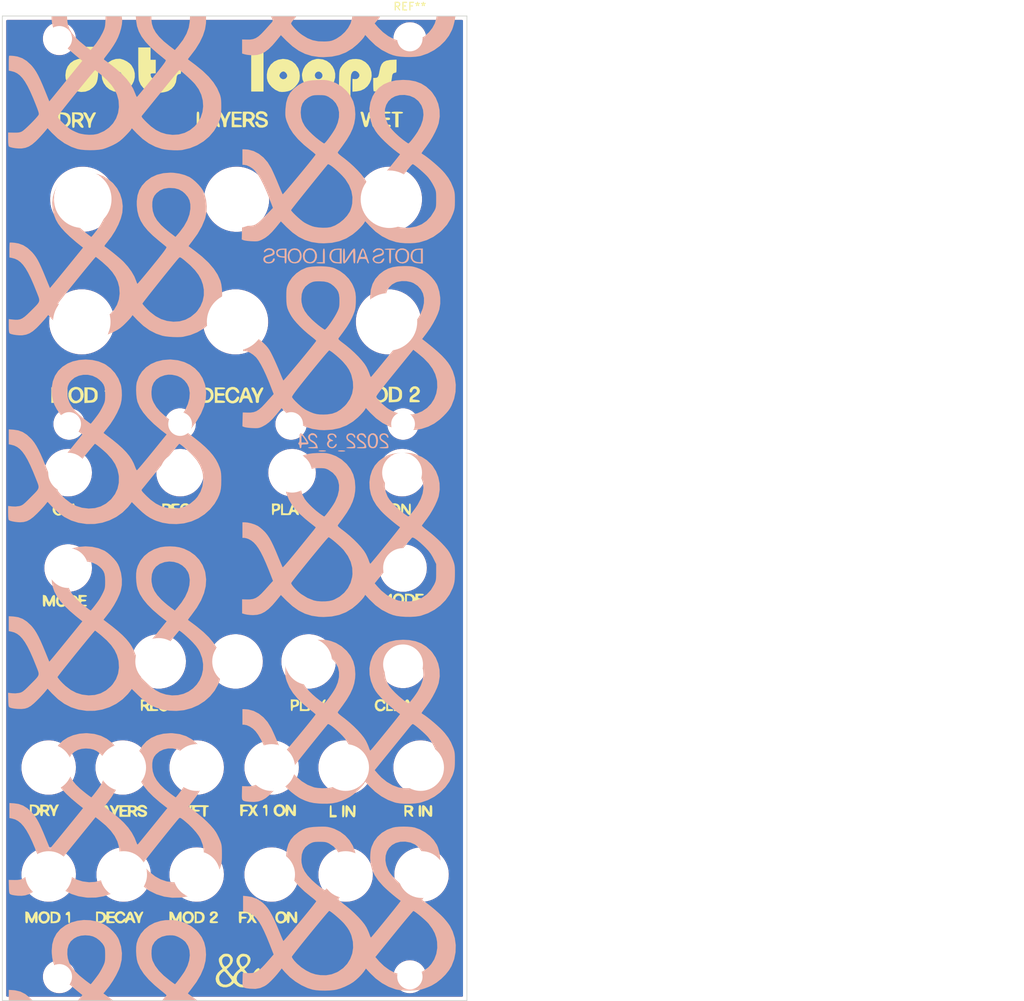
<source format=kicad_pcb>
(kicad_pcb (version 20211014) (generator pcbnew)
  (layers (0 "F.Cu" signal) (31 "B.Cu" signal) (34 "B.Paste" user) (35 "F.Paste" user) (36 "B.SilkS" user "B.Silkscreen") (37 "F.SilkS" user "F.Silkscreen") (38 "B.Mask" user) (39 "F.Mask" user) (44 "Edge.Cuts" user))
  (net 0 "")
  (footprint "" (layer "F.Cu") (at 139.954 134.239)
    (fp_text reference "" (at 0 0) (layer "F.SilkS") (effects (font (size 1.27 1.27))))
    (fp_text value "" (at 0 0) (layer "F.SilkS") (effects (font (size 1.27 1.27))))
    (pad "" np_thru_hole circle (at 0 0) (size 6.1 6.1) (drill 6.1) (layers F&B.Cu *.Mask))
  )
  (footprint "" (layer "F.Cu") (at 115.824 162.052)
    (fp_text reference "" (at 0 0) (layer "F.SilkS") (effects (font (size 1.27 1.27))))
    (fp_text value "" (at 0 0) (layer "F.SilkS") (effects (font (size 1.27 1.27))))
    (pad "" np_thru_hole circle (at 0 0) (size 6.1 6.1) (drill 6.1) (layers F&B.Cu *.Mask))
  )
  (footprint "" (layer "F.Cu") (at 110.363 89.916)
    (fp_text reference "" (at 0 0) (layer "F.SilkS") (effects (font (size 1.27 1.27))))
    (fp_text value "" (at 0 0) (layer "F.SilkS") (effects (font (size 1.27 1.27))))
    (pad "" np_thru_hole circle (at 0 0) (size 7.5 7.5) (drill 7.5) (layers F&B.Cu *.Mask))
  )
  (footprint "" (layer "F.Cu") (at 130.556 73.914)
    (fp_text reference "" (at 0 0) (layer "F.SilkS") (effects (font (size 1.27 1.27))))
    (fp_text value "" (at 0 0) (layer "F.SilkS") (effects (font (size 1.27 1.27))))
    (pad "" np_thru_hole circle (at 0 0) (size 7.5 7.5) (drill 7.5) (layers F&B.Cu *.Mask))
  )
  (footprint "" (layer "F.Cu") (at 150.368 89.916)
    (fp_text reference "" (at 0 0) (layer "F.SilkS") (effects (font (size 1.27 1.27))))
    (fp_text value "" (at 0 0) (layer "F.SilkS") (effects (font (size 1.27 1.27))))
    (pad "" np_thru_hole circle (at 0 0) (size 7.5 7.5) (drill 7.5) (layers F&B.Cu *.Mask))
  )
  (footprint "MountingHole:MountingHole_3.2mm_M3" (layer "F.Cu") (at 153.162 52.959)
    (fp_text reference "REF**" (at 0 -4.2) (layer "F.SilkS"))
    (fp_text value "MountingHole_3.2mm_M3")
    (pad "" np_thru_hole circle (at 0 0) (size 3.3 3.3) (drill 3.3) (layers F&B.Cu *.Mask))
  )
  (footprint "" (layer "F.Cu") (at 137.668 103.251)
    (fp_text reference "" (at 0 0) (layer "F.SilkS") (effects (font (size 1.27 1.27))))
    (fp_text value "" (at 0 0) (layer "F.SilkS") (effects (font (size 1.27 1.27))))
    (pad "" np_thru_hole circle (at 0 0) (size 3.1 3.1) (drill 3.1) (layers F&B.Cu *.Mask))
  )
  (footprint "" (layer "F.Cu") (at 107.442 175.387)
    (fp_text reference "" (at 0 0) (layer "F.SilkS") (effects (font (size 1.27 1.27))))
    (fp_text value "" (at 0 0) (layer "F.SilkS") (effects (font (size 1.27 1.27))))
    (pad "" np_thru_hole circle (at 0 0) (size 3.3 3.3) (drill 3.3) (layers F&B.Cu *.Mask))
  )
  (footprint "" (layer "F.Cu") (at 152.273 103.251)
    (fp_text reference "" (at 0 0) (layer "F.SilkS") (effects (font (size 1.27 1.27))))
    (fp_text value "" (at 0 0) (layer "F.SilkS") (effects (font (size 1.27 1.27))))
    (pad "" np_thru_hole circle (at 0 0) (size 3.1 3.1) (drill 3.1) (layers F&B.Cu *.Mask))
  )
  (footprint "" (layer "F.Cu") (at 153.162 175.387)
    (fp_text reference "" (at 0 0) (layer "F.SilkS") (effects (font (size 1.27 1.27))))
    (fp_text value "" (at 0 0) (layer "F.SilkS") (effects (font (size 1.27 1.27))))
    (pad "" np_thru_hole circle (at 0 0) (size 3.3 3.3) (drill 3.3) (layers F&B.Cu *.Mask))
  )
  (footprint "" (layer "F.Cu") (at 106.045 162.052)
    (fp_text reference "" (at 0 0) (layer "F.SilkS") (effects (font (size 1.27 1.27))))
    (fp_text value "" (at 0 0) (layer "F.SilkS") (effects (font (size 1.27 1.27))))
    (pad "" np_thru_hole circle (at 0 0) (size 6.1 6.1) (drill 6.1) (layers F&B.Cu *.Mask))
  )
  (footprint "" (layer "F.Cu") (at 154.559 148.082)
    (fp_text reference "" (at 0 0) (layer "F.SilkS") (effects (font (size 1.27 1.27))))
    (fp_text value "" (at 0 0) (layer "F.SilkS") (effects (font (size 1.27 1.27))))
    (pad "" np_thru_hole circle (at 0 0) (size 6.1 6.1) (drill 6.1) (layers F&B.Cu *.Mask))
  )
  (footprint "" (layer "F.Cu") (at 115.697 148.082)
    (fp_text reference "" (at 0 0) (layer "F.SilkS") (effects (font (size 1.27 1.27))))
    (fp_text value "" (at 0 0) (layer "F.SilkS") (effects (font (size 1.27 1.27))))
    (pad "" np_thru_hole circle (at 0 0) (size 6.1 6.1) (drill 6.1) (layers F&B.Cu *.Mask))
  )
  (footprint "" (layer "F.Cu") (at 152.273 122.047)
    (fp_text reference "" (at 0 0) (layer "F.SilkS") (effects (font (size 1.27 1.27))))
    (fp_text value "" (at 0 0) (layer "F.SilkS") (effects (font (size 1.27 1.27))))
    (pad "" np_thru_hole circle (at 0 0) (size 5.2 5.2) (drill 5.2) (layers F&B.Cu *.Mask))
  )
  (footprint "" (layer "F.Cu") (at 125.349 148.082)
    (fp_text reference "" (at 0 0) (layer "F.SilkS") (effects (font (size 1.27 1.27))))
    (fp_text value "" (at 0 0) (layer "F.SilkS") (effects (font (size 1.27 1.27))))
    (pad "" np_thru_hole circle (at 0 0) (size 6.1 6.1) (drill 6.1) (layers F&B.Cu *.Mask))
  )
  (footprint "" (layer "F.Cu") (at 120.396 134.239)
    (fp_text reference "" (at 0 0) (layer "F.SilkS") (effects (font (size 1.27 1.27))))
    (fp_text value "" (at 0 0) (layer "F.SilkS") (effects (font (size 1.27 1.27))))
    (pad "" np_thru_hole circle (at 0 0) (size 6.1 6.1) (drill 6.1) (layers F&B.Cu *.Mask))
  )
  (footprint "" (layer "F.Cu") (at 108.712 103.251)
    (fp_text reference "" (at 0 0) (layer "F.SilkS") (effects (font (size 1.27 1.27))))
    (fp_text value "" (at 0 0) (layer "F.SilkS") (effects (font (size 1.27 1.27))))
    (pad "" np_thru_hole circle (at 0 0) (size 3.1 3.1) (drill 3.1) (layers F&B.Cu *.Mask))
  )
  (footprint "" (layer "F.Cu") (at 144.78 162.052)
    (fp_text reference "" (at 0 0) (layer "F.SilkS") (effects (font (size 1.27 1.27))))
    (fp_text value "" (at 0 0) (layer "F.SilkS") (effects (font (size 1.27 1.27))))
    (pad "" np_thru_hole circle (at 0 0) (size 6.1 6.1) (drill 6.1) (layers F&B.Cu *.Mask))
  )
  (footprint "" (layer "F.Cu") (at 107.442 52.959)
    (fp_text reference "" (at 0 0) (layer "F.SilkS") (effects (font (size 1.27 1.27))))
    (fp_text value "" (at 0 0) (layer "F.SilkS") (effects (font (size 1.27 1.27))))
    (pad "" np_thru_hole circle (at 0 0) (size 3.3 3.3) (drill 3.3) (layers F&B.Cu *.Mask))
  )
  (footprint "" (layer "F.Cu") (at 106.045 148.082)
    (fp_text reference "" (at 0 0) (layer "F.SilkS") (effects (font (size 1.27 1.27))))
    (fp_text value "" (at 0 0) (layer "F.SilkS") (effects (font (size 1.27 1.27))))
    (pad "" np_thru_hole circle (at 0 0) (size 6.1 6.1) (drill 6.1) (layers F&B.Cu *.Mask))
  )
  (footprint "" (layer "F.Cu") (at 152.146 109.601)
    (fp_text reference "" (at 0 0) (layer "F.SilkS") (effects (font (size 1.27 1.27))))
    (fp_text value "" (at 0 0) (layer "F.SilkS") (effects (font (size 1.27 1.27))))
    (pad "" np_thru_hole circle (at 0 0) (size 5.2 5.2) (drill 5.2) (layers F&B.Cu *.Mask))
  )
  (footprint "" (layer "F.Cu") (at 144.78 148.082)
    (fp_text reference "" (at 0 0) (layer "F.SilkS") (effects (font (size 1.27 1.27))))
    (fp_text value "" (at 0 0) (layer "F.SilkS") (effects (font (size 1.27 1.27))))
    (pad "" np_thru_hole circle (at 0 0) (size 6.1 6.1) (drill 6.1) (layers F&B.Cu *.Mask))
  )
  (footprint "ampamplibrary:dots_panel_front_gold" (layer "F.Cu") (at 130.005667 114.299021)
    (fp_text reference "front_panel_gold" hide)
    (fp_text value "LOGO" hide)
  )
  (footprint "" (layer "F.Cu") (at 108.585 122.047)
    (fp_text reference "" (at 0 0) (layer "F.SilkS") (effects (font (size 1.27 1.27))))
    (fp_text value "" (at 0 0) (layer "F.SilkS") (effects (font (size 1.27 1.27))))
    (pad "" np_thru_hole circle (at 0 0) (size 5.2 5.2) (drill 5.2) (layers F&B.Cu *.Mask))
  )
  (footprint "" (layer "F.Cu") (at 125.349 162.052)
    (fp_text reference "" (at 0 0) (layer "F.SilkS") (effects (font (size 1.27 1.27))))
    (fp_text value "" (at 0 0) (layer "F.SilkS") (effects (font (size 1.27 1.27))))
    (pad "" np_thru_hole circle (at 0 0) (size 6.1 6.1) (drill 6.1) (layers F&B.Cu *.Mask))
  )
  (footprint "" (layer "F.Cu") (at 123.19 109.601)
    (fp_text reference "" (at 0 0) (layer "F.SilkS") (effects (font (size 1.27 1.27))))
    (fp_text value "" (at 0 0) (layer "F.SilkS") (effects (font (size 1.27 1.27))))
    (pad "" np_thru_hole circle (at 0 0) (size 5.2 5.2) (drill 5.2) (layers F&B.Cu *.Mask))
  )
  (footprint "" (layer "F.Cu") (at 110.49 73.914)
    (fp_text reference "" (at 0 0) (layer "F.SilkS") (effects (font (size 1.27 1.27))))
    (fp_text value "" (at 0 0) (layer "F.SilkS") (effects (font (size 1.27 1.27))))
    (pad "" np_thru_hole circle (at 0 0) (size 7.5 7.5) (drill 7.5) (layers F&B.Cu *.Mask))
  )
  (footprint "" (layer "F.Cu") (at 150.495 73.914)
    (fp_text reference "" (at 0 0) (layer "F.SilkS") (effects (font (size 1.27 1.27))))
    (fp_text value "" (at 0 0) (layer "F.SilkS") (effects (font (size 1.27 1.27))))
    (pad "" np_thru_hole circle (at 0 0) (size 7.5 7.5) (drill 7.5) (layers F&B.Cu *.Mask))
  )
  (footprint "" (layer "F.Cu") (at 154.686 162.052)
    (fp_text reference "" (at 0 0) (layer "F.SilkS") (effects (font (size 1.27 1.27))))
    (fp_text value "" (at 0 0) (layer "F.SilkS") (effects (font (size 1.27 1.27))))
    (pad "" np_thru_hole circle (at 0 0) (size 6.1 6.1) (drill 6.1) (layers F&B.Cu *.Mask))
  )
  (footprint "" (layer "F.Cu") (at 152.273 134.62)
    (fp_text reference "" (at 0 0) (layer "F.SilkS") (effects (font (size 1.27 1.27))))
    (fp_text value "" (at 0 0) (layer "F.SilkS") (effects (font (size 1.27 1.27))))
    (pad "" np_thru_hole circle (at 0 0) (size 5.2 5.2) (drill 5.2) (layers F&B.Cu *.Mask))
  )
  (footprint "" (layer "F.Cu") (at 123.19 103.251)
    (fp_text reference "" (at 0 0) (layer "F.SilkS") (effects (font (size 1.27 1.27))))
    (fp_text value "" (at 0 0) (layer "F.SilkS") (effects (font (size 1.27 1.27))))
    (pad "" np_thru_hole circle (at 0 0) (size 3.1 3.1) (drill 3.1) (layers F&B.Cu *.Mask))
  )
  (footprint "" (layer "F.Cu") (at 137.795 109.601)
    (fp_text reference "" (at 0 0) (layer "F.SilkS") (effects (font (size 1.27 1.27))))
    (fp_text value "" (at 0 0) (layer "F.SilkS") (effects (font (size 1.27 1.27))))
    (pad "" np_thru_hole circle (at 0 0) (size 5.2 5.2) (drill 5.2) (layers F&B.Cu *.Mask))
  )
  (footprint "ampamplibrary:dots_panel_front_white" (layer "F.Cu") (at 130.005667 114.299021)
    (fp_text reference "front_panel_white" hide)
    (fp_text value "LOGO" hide)
  )
  (footprint "" (layer "F.Cu") (at 108.585 109.601)
    (fp_text reference "" (at 0 0) (layer "F.SilkS") (effects (font (size 1.27 1.27))))
    (fp_text value "" (at 0 0) (layer "F.SilkS") (effects (font (size 1.27 1.27))))
    (pad "" np_thru_hole circle (at 0 0) (size 5.2 5.2) (drill 5.2) (layers F&B.Cu *.Mask))
  )
  (footprint "" (layer "F.Cu") (at 130.429 134.239)
    (fp_text reference "" (at 0 0) (layer "F.SilkS") (effects (font (size 1.27 1.27))))
    (fp_text value "" (at 0 0) (layer "F.SilkS") (effects (font (size 1.27 1.27))))
    (pad "" np_thru_hole circle (at 0 0) (size 6.1 6.1) (drill 6.1) (layers F&B.Cu *.Mask))
  )
  (footprint "" (layer "F.Cu") (at 135.128 162.052)
    (fp_text reference "" (at 0 0) (layer "F.SilkS") (effects (font (size 1.27 1.27))))
    (fp_text value "" (at 0 0) (layer "F.SilkS") (effects (font (size 1.27 1.27))))
    (pad "" np_thru_hole circle (at 0 0) (size 6.1 6.1) (drill 6.1) (layers F&B.Cu *.Mask))
  )
  (footprint "" (layer "F.Cu") (at 135.128 148.082)
    (fp_text reference "" (at 0 0) (layer "F.SilkS") (effects (font (size 1.27 1.27))))
    (fp_text value "" (at 0 0) (layer "F.SilkS") (effects (font (size 1.27 1.27))))
    (pad "" np_thru_hole circle (at 0 0) (size 6.1 6.1) (drill 6.1) (layers F&B.Cu *.Mask))
  )
  (footprint "" (layer "F.Cu") (at 130.429 89.916)
    (fp_text reference "" (at 0 0) (layer "F.SilkS") (effects (font (size 1.27 1.27))))
    (fp_text value "" (at 0 0) (layer "F.SilkS") (effects (font (size 1.27 1.27))))
    (pad "" np_thru_hole circle (at 0 0) (size 7.5 7.5) (drill 7.5) (layers F&B.Cu *.Mask))
  )
  (footprint "ampamplibrary:dots_panel_back" (layer "B.Cu") (at 130.048 114.3 180)
    (fp_text reference "G***" hide)
    (fp_text value "LOGO" hide)
  )
  (gr_line locked (start 100 50) (end 160.6 50) (layer "Edge.Cuts") (width 0.1))
  (gr_line locked (start 160.6 50) (end 160.6 178.5) (layer "Edge.Cuts") (width 0.1))
  (gr_line locked (start 100 178.5) (end 160.6 178.5) (layer "Edge.Cuts") (width 0.1))
  (gr_line locked (start 100 178.5) (end 100 50) (layer "Edge.Cuts") (width 0.1))
  (zone (net 0) (net_name "") (layers F&B.Cu) (connect_pads (clearance 0.508)) (min_thickness 0.254) (fill yes (thermal_gap 0.508) (thermal_bridge_width 0.508))
    (polygon (pts (xy 160.147 178.054) (xy 100.33 178.054) (xy 100.203 50.292) (xy 160.401 50.292)))
  )
)
</source>
